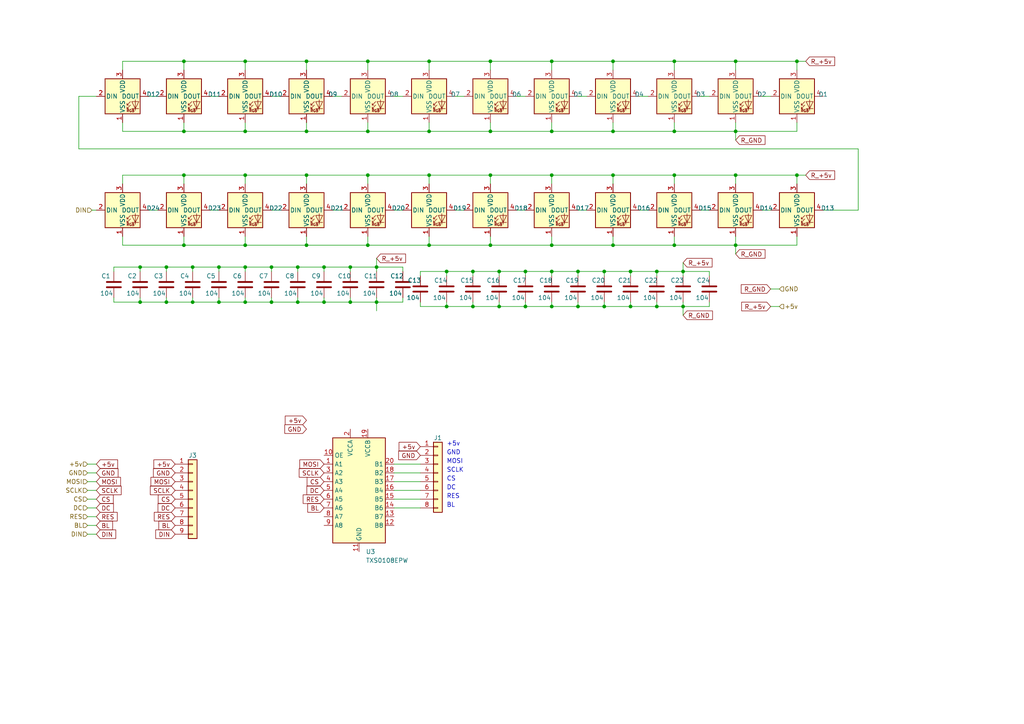
<source format=kicad_sch>
(kicad_sch (version 20230121) (generator eeschema)
  (paper "A4")
  (lib_symbols
    (symbol "Connector_Generic:Conn_01x08" (pin_names (offset 1.016) hide)
      (property "Reference" "J" (at 0 10.16 0))
      (property "Value" "Conn_01x08" (at 0 -12.7 0))
      (symbol "Conn_01x08_1_1"
        (rectangle (start -1.27 -10.033) (end 0 -10.287) (stroke (width 0.1524)))
        (rectangle (start -1.27 -7.493) (end 0 -7.747) (stroke (width 0.1524)))
        (rectangle (start -1.27 -4.953) (end 0 -5.207) (stroke (width 0.1524)))
        (rectangle (start -1.27 -2.413) (end 0 -2.667) (stroke (width 0.1524)))
        (rectangle (start -1.27 0.127) (end 0 -0.127) (stroke (width 0.1524)))
        (rectangle (start -1.27 2.667) (end 0 2.413) (stroke (width 0.1524)))
        (rectangle (start -1.27 5.207) (end 0 4.953) (stroke (width 0.1524)))
        (rectangle (start -1.27 7.747) (end 0 7.493) (stroke (width 0.1524)))
        (rectangle (start -1.27 8.89) (end 1.27 -11.43) (stroke (width 0.254)) (fill (type background)))
        (pin passive line (at -5.08 7.62 0) (length 3.81) (name "Pin_1") (number "1"))
        (pin passive line (at -5.08 5.08 0) (length 3.81) (name "Pin_2") (number "2"))
        (pin passive line (at -5.08 2.54 0) (length 3.81) (name "Pin_3") (number "3"))
        (pin passive line (at -5.08 0 0) (length 3.81) (name "Pin_4") (number "4"))
        (pin passive line (at -5.08 -2.54 0) (length 3.81) (name "Pin_5") (number "5"))
        (pin passive line (at -5.08 -5.08 0) (length 3.81) (name "Pin_6") (number "6"))
        (pin passive line (at -5.08 -7.62 0) (length 3.81) (name "Pin_7") (number "7"))
        (pin passive line (at -5.08 -10.16 0) (length 3.81) (name "Pin_8") (number "8"))
      )
    )
    (symbol "Connector_Generic:Conn_01x09" (pin_names (offset 1.016) hide)
      (property "Reference" "J" (at 0 12.7 0))
      (property "Value" "Conn_01x09" (at 0 -12.7 0))
      (symbol "Conn_01x09_1_1"
        (rectangle (start -1.27 -10.033) (end 0 -10.287) (stroke (width 0.1524)))
        (rectangle (start -1.27 -7.493) (end 0 -7.747) (stroke (width 0.1524)))
        (rectangle (start -1.27 -4.953) (end 0 -5.207) (stroke (width 0.1524)))
        (rectangle (start -1.27 -2.413) (end 0 -2.667) (stroke (width 0.1524)))
        (rectangle (start -1.27 0.127) (end 0 -0.127) (stroke (width 0.1524)))
        (rectangle (start -1.27 2.667) (end 0 2.413) (stroke (width 0.1524)))
        (rectangle (start -1.27 5.207) (end 0 4.953) (stroke (width 0.1524)))
        (rectangle (start -1.27 7.747) (end 0 7.493) (stroke (width 0.1524)))
        (rectangle (start -1.27 10.287) (end 0 10.033) (stroke (width 0.1524)))
        (rectangle (start -1.27 11.43) (end 1.27 -11.43) (stroke (width 0.254)) (fill (type background)))
        (pin passive line (at -5.08 10.16 0) (length 3.81) (name "Pin_1") (number "1"))
        (pin passive line (at -5.08 7.62 0) (length 3.81) (name "Pin_2") (number "2"))
        (pin passive line (at -5.08 5.08 0) (length 3.81) (name "Pin_3") (number "3"))
        (pin passive line (at -5.08 2.54 0) (length 3.81) (name "Pin_4") (number "4"))
        (pin passive line (at -5.08 0 0) (length 3.81) (name "Pin_5") (number "5"))
        (pin passive line (at -5.08 -2.54 0) (length 3.81) (name "Pin_6") (number "6"))
        (pin passive line (at -5.08 -5.08 0) (length 3.81) (name "Pin_7") (number "7"))
        (pin passive line (at -5.08 -7.62 0) (length 3.81) (name "Pin_8") (number "8"))
        (pin passive line (at -5.08 -10.16 0) (length 3.81) (name "Pin_9") (number "9"))
      )
    )
    (symbol "Device:C" (pin_numbers hide) (pin_names (offset 0.254))
      (property "Reference" "C" (at 0.635 2.54 0))
      (property "Value" "C" (at 0.635 -2.54 0))
      (symbol "C_0_1"
        (polyline (pts (xy -2.032 -0.762) (xy 2.032 -0.762)) (stroke (width 0.508)))
        (polyline (pts (xy -2.032 0.762) (xy 2.032 0.762)) (stroke (width 0.508)))
      )
      (symbol "C_1_1"
        (pin passive line (at 0 3.81 270) (length 2.794) (name "~") (number "1"))
        (pin passive line (at 0 -3.81 90) (length 2.794) (name "~") (number "2"))
      )
    )
    (symbol "LED:SK6812" (pin_names (offset 0.254))
      (property "Reference" "D" (at 5.08 5.715 0))
      (property "Value" "SK6812" (at 1.27 -5.715 0))
      (symbol "SK6812_0_0"
        (text "RGB" (at 2.286 -4.191 0) (effects (font (size 0.762 0.762))))
      )
      (symbol "SK6812_0_1"
        (polyline (pts (xy 1.27 -3.556) (xy 1.778 -3.556)))
        (polyline (pts (xy 1.27 -2.54) (xy 1.778 -2.54)))
        (polyline (pts (xy 4.699 -3.556) (xy 2.667 -3.556)))
        (polyline (pts (xy 2.286 -2.54) (xy 1.27 -3.556) (xy 1.27 -3.048)))
        (polyline (pts (xy 2.286 -1.524) (xy 1.27 -2.54) (xy 1.27 -2.032)))
        (polyline (pts (xy 3.683 -1.016) (xy 3.683 -3.556) (xy 3.683 -4.064)))
        (polyline (pts (xy 4.699 -1.524) (xy 2.667 -1.524) (xy 3.683 -3.556) (xy 4.699 -1.524)))
        (rectangle (start 5.08 5.08) (end -5.08 -5.08) (stroke (width 0.254)) (fill (type background)))
      )
      (symbol "SK6812_1_1"
        (pin power_in line (at 0 -7.62 90) (length 2.54) (name "VSS") (number "1"))
        (pin input line (at -7.62 0 0) (length 2.54) (name "DIN") (number "2"))
        (pin power_in line (at 0 7.62 270) (length 2.54) (name "VDD") (number "3"))
        (pin output line (at 7.62 0 180) (length 2.54) (name "DOUT") (number "4"))
      )
    )
    (symbol "Logic_LevelTranslator:TXS0108EPW"
      (property "Reference" "U" (at -6.35 16.51 0))
      (property "Value" "TXS0108EPW" (at 3.81 16.51 0))
      (symbol "TXS0108EPW_0_1"
        (rectangle (start -7.62 15.24) (end 7.62 -15.24) (stroke (width 0.254)) (fill (type background)))
      )
      (symbol "TXS0108EPW_1_1"
        (pin bidirectional line (at -10.16 7.62 0) (length 2.54) (name "A1") (number "1"))
        (pin input line (at -10.16 10.16 0) (length 2.54) (name "OE") (number "10"))
        (pin power_in line (at 0 -17.78 90) (length 2.54) (name "GND") (number "11"))
        (pin bidirectional line (at 10.16 -10.16 180) (length 2.54) (name "B8") (number "12"))
        (pin bidirectional line (at 10.16 -7.62 180) (length 2.54) (name "B7") (number "13"))
        (pin bidirectional line (at 10.16 -5.08 180) (length 2.54) (name "B6") (number "14"))
        (pin bidirectional line (at 10.16 -2.54 180) (length 2.54) (name "B5") (number "15"))
        (pin bidirectional line (at 10.16 0 180) (length 2.54) (name "B4") (number "16"))
        (pin bidirectional line (at 10.16 2.54 180) (length 2.54) (name "B3") (number "17"))
        (pin bidirectional line (at 10.16 5.08 180) (length 2.54) (name "B2") (number "18"))
        (pin power_in line (at 2.54 17.78 270) (length 2.54) (name "VCCB") (number "19"))
        (pin power_in line (at -2.54 17.78 270) (length 2.54) (name "VCCA") (number "2"))
        (pin bidirectional line (at 10.16 7.62 180) (length 2.54) (name "B1") (number "20"))
        (pin bidirectional line (at -10.16 5.08 0) (length 2.54) (name "A2") (number "3"))
        (pin bidirectional line (at -10.16 2.54 0) (length 2.54) (name "A3") (number "4"))
        (pin bidirectional line (at -10.16 0 0) (length 2.54) (name "A4") (number "5"))
        (pin bidirectional line (at -10.16 -2.54 0) (length 2.54) (name "A5") (number "6"))
        (pin bidirectional line (at -10.16 -5.08 0) (length 2.54) (name "A6") (number "7"))
        (pin bidirectional line (at -10.16 -7.62 0) (length 2.54) (name "A7") (number "8"))
        (pin bidirectional line (at -10.16 -10.16 0) (length 2.54) (name "A8") (number "9"))
      )
    )
  )
  (junction (at 71.12 50.8))
  (junction (at 106.68 38.1))
  (junction (at 175.26 88.9))
  (junction (at 231.14 17.78))
  (junction (at 88.9 71.12))
  (junction (at 137.16 78.74))
  (junction (at 53.34 17.78))
  (junction (at 71.12 87.63))
  (junction (at 40.64 87.63))
  (junction (at 40.64 77.47))
  (junction (at 109.22 87.63))
  (junction (at 86.36 87.63))
  (junction (at 177.8 50.8))
  (junction (at 48.26 87.63))
  (junction (at 71.12 17.78))
  (junction (at 78.74 87.63))
  (junction (at 88.9 50.8))
  (junction (at 198.12 78.74))
  (junction (at 124.46 50.8))
  (junction (at 88.9 38.1))
  (junction (at 152.4 88.9))
  (junction (at 124.46 38.1))
  (junction (at 160.02 78.74))
  (junction (at 101.6 77.47))
  (junction (at 177.8 71.12))
  (junction (at 124.46 17.78))
  (junction (at 124.46 71.12))
  (junction (at 160.02 50.8))
  (junction (at 144.78 78.74))
  (junction (at 195.58 38.1))
  (junction (at 101.6 87.63))
  (junction (at 167.64 88.9))
  (junction (at 213.36 50.8))
  (junction (at 190.5 78.74))
  (junction (at 152.4 78.74))
  (junction (at 63.5 87.63))
  (junction (at 160.02 38.1))
  (junction (at 160.02 17.78))
  (junction (at 55.88 77.47))
  (junction (at 63.5 77.47))
  (junction (at 55.88 87.63))
  (junction (at 167.64 78.74))
  (junction (at 175.26 78.74))
  (junction (at 177.8 17.78))
  (junction (at 182.88 88.9))
  (junction (at 93.98 77.47))
  (junction (at 182.88 78.74))
  (junction (at 213.36 17.78))
  (junction (at 195.58 71.12))
  (junction (at 137.16 88.9))
  (junction (at 129.54 78.74))
  (junction (at 71.12 77.47))
  (junction (at 53.34 38.1))
  (junction (at 213.36 38.1))
  (junction (at 142.24 71.12))
  (junction (at 129.54 88.9))
  (junction (at 78.74 77.47))
  (junction (at 106.68 71.12))
  (junction (at 195.58 17.78))
  (junction (at 53.34 50.8))
  (junction (at 48.26 77.47))
  (junction (at 93.98 87.63))
  (junction (at 177.8 38.1))
  (junction (at 106.68 50.8))
  (junction (at 109.22 77.47))
  (junction (at 142.24 50.8))
  (junction (at 106.68 17.78))
  (junction (at 160.02 88.9))
  (junction (at 142.24 17.78))
  (junction (at 195.58 50.8))
  (junction (at 198.12 88.9))
  (junction (at 71.12 38.1))
  (junction (at 71.12 71.12))
  (junction (at 142.24 38.1))
  (junction (at 86.36 77.47))
  (junction (at 160.02 71.12))
  (junction (at 88.9 17.78))
  (junction (at 190.5 88.9))
  (junction (at 213.36 71.12))
  (junction (at 231.14 50.8))
  (junction (at 144.78 88.9))
  (junction (at 53.34 71.12))
  (wire (pts (xy 109.22 77.47) (xy 109.22 78.74)))
  (wire (pts (xy 106.68 71.12) (xy 124.46 71.12)))
  (wire (pts (xy 63.5 87.63) (xy 71.12 87.63)))
  (wire (pts (xy 177.8 53.34) (xy 177.8 50.8)))
  (wire (pts (xy 88.9 38.1) (xy 106.68 38.1)))
  (wire (pts (xy 177.8 68.58) (xy 177.8 71.12)))
  (wire (pts (xy 35.56 71.12) (xy 53.34 71.12)))
  (wire (pts (xy 160.02 50.8) (xy 177.8 50.8)))
  (wire (pts (xy 198.12 88.9) (xy 205.74 88.9)))
  (wire (pts (xy 35.56 17.78) (xy 53.34 17.78)))
  (wire (pts (xy 129.54 78.74) (xy 137.16 78.74)))
  (wire (pts (xy 43.18 27.94) (xy 45.72 27.94)))
  (wire (pts (xy 238.76 60.96) (xy 248.92 60.96)))
  (wire (pts (xy 223.52 83.82) (xy 226.06 83.82)))
  (wire (pts (xy 48.26 77.47) (xy 55.88 77.47)))
  (wire (pts (xy 35.56 68.58) (xy 35.56 71.12)))
  (wire (pts (xy 195.58 38.1) (xy 213.36 38.1)))
  (wire (pts (xy 167.64 88.9) (xy 167.64 87.63)))
  (wire (pts (xy 190.5 78.74) (xy 190.5 80.01)))
  (wire (pts (xy 213.36 71.12) (xy 213.36 73.66)))
  (wire (pts (xy 177.8 17.78) (xy 195.58 17.78)))
  (wire (pts (xy 27.94 139.7) (xy 25.4 139.7)))
  (wire (pts (xy 35.56 20.32) (xy 35.56 17.78)))
  (wire (pts (xy 213.36 53.34) (xy 213.36 50.8)))
  (wire (pts (xy 160.02 88.9) (xy 160.02 87.63)))
  (wire (pts (xy 114.3 134.62) (xy 121.92 134.62)))
  (wire (pts (xy 78.74 87.63) (xy 78.74 86.36)))
  (wire (pts (xy 53.34 17.78) (xy 71.12 17.78)))
  (wire (pts (xy 22.86 27.94) (xy 27.94 27.94)))
  (wire (pts (xy 198.12 88.9) (xy 198.12 91.44)))
  (wire (pts (xy 213.36 35.56) (xy 213.36 38.1)))
  (wire (pts (xy 101.6 77.47) (xy 101.6 78.74)))
  (wire (pts (xy 213.36 38.1) (xy 213.36 40.64)))
  (wire (pts (xy 93.98 77.47) (xy 93.98 78.74)))
  (wire (pts (xy 175.26 88.9) (xy 175.26 87.63)))
  (wire (pts (xy 88.9 68.58) (xy 88.9 71.12)))
  (wire (pts (xy 48.26 87.63) (xy 55.88 87.63)))
  (wire (pts (xy 177.8 38.1) (xy 195.58 38.1)))
  (wire (pts (xy 231.14 17.78) (xy 233.68 17.78)))
  (wire (pts (xy 160.02 17.78) (xy 177.8 17.78)))
  (wire (pts (xy 101.6 77.47) (xy 109.22 77.47)))
  (wire (pts (xy 152.4 88.9) (xy 160.02 88.9)))
  (wire (pts (xy 195.58 35.56) (xy 195.58 38.1)))
  (wire (pts (xy 88.9 50.8) (xy 106.68 50.8)))
  (wire (pts (xy 71.12 20.32) (xy 71.12 17.78)))
  (wire (pts (xy 27.94 134.62) (xy 25.4 134.62)))
  (wire (pts (xy 55.88 87.63) (xy 55.88 86.36)))
  (wire (pts (xy 33.02 87.63) (xy 33.02 86.36)))
  (wire (pts (xy 53.34 20.32) (xy 53.34 17.78)))
  (wire (pts (xy 149.86 27.94) (xy 152.4 27.94)))
  (wire (pts (xy 160.02 38.1) (xy 177.8 38.1)))
  (wire (pts (xy 195.58 17.78) (xy 213.36 17.78)))
  (wire (pts (xy 190.5 88.9) (xy 190.5 87.63)))
  (wire (pts (xy 142.24 68.58) (xy 142.24 71.12)))
  (wire (pts (xy 35.56 50.8) (xy 53.34 50.8)))
  (wire (pts (xy 96.52 60.96) (xy 99.06 60.96)))
  (wire (pts (xy 86.36 77.47) (xy 93.98 77.47)))
  (wire (pts (xy 182.88 88.9) (xy 182.88 87.63)))
  (wire (pts (xy 78.74 27.94) (xy 81.28 27.94)))
  (wire (pts (xy 132.08 60.96) (xy 134.62 60.96)))
  (wire (pts (xy 114.3 137.16) (xy 121.92 137.16)))
  (wire (pts (xy 55.88 77.47) (xy 63.5 77.47)))
  (wire (pts (xy 71.12 87.63) (xy 78.74 87.63)))
  (wire (pts (xy 53.34 50.8) (xy 71.12 50.8)))
  (wire (pts (xy 137.16 88.9) (xy 137.16 87.63)))
  (wire (pts (xy 152.4 88.9) (xy 152.4 87.63)))
  (wire (pts (xy 53.34 38.1) (xy 71.12 38.1)))
  (wire (pts (xy 106.68 38.1) (xy 124.46 38.1)))
  (wire (pts (xy 88.9 20.32) (xy 88.9 17.78)))
  (wire (pts (xy 96.52 27.94) (xy 99.06 27.94)))
  (wire (pts (xy 109.22 87.63) (xy 109.22 86.36)))
  (wire (pts (xy 71.12 50.8) (xy 88.9 50.8)))
  (wire (pts (xy 213.36 68.58) (xy 213.36 71.12)))
  (wire (pts (xy 106.68 35.56) (xy 106.68 38.1)))
  (wire (pts (xy 22.86 43.18) (xy 22.86 27.94)))
  (wire (pts (xy 40.64 87.63) (xy 40.64 86.36)))
  (wire (pts (xy 109.22 87.63) (xy 116.84 87.63)))
  (wire (pts (xy 86.36 87.63) (xy 86.36 86.36)))
  (wire (pts (xy 195.58 50.8) (xy 213.36 50.8)))
  (wire (pts (xy 160.02 35.56) (xy 160.02 38.1)))
  (wire (pts (xy 198.12 78.74) (xy 205.74 78.74)))
  (wire (pts (xy 231.14 50.8) (xy 233.68 50.8)))
  (wire (pts (xy 114.3 142.24) (xy 121.92 142.24)))
  (wire (pts (xy 27.94 144.78) (xy 25.4 144.78)))
  (wire (pts (xy 142.24 71.12) (xy 160.02 71.12)))
  (wire (pts (xy 190.5 88.9) (xy 198.12 88.9)))
  (wire (pts (xy 35.56 38.1) (xy 53.34 38.1)))
  (wire (pts (xy 55.88 87.63) (xy 63.5 87.63)))
  (wire (pts (xy 220.98 60.96) (xy 223.52 60.96)))
  (wire (pts (xy 124.46 53.34) (xy 124.46 50.8)))
  (wire (pts (xy 167.64 78.74) (xy 167.64 80.01)))
  (wire (pts (xy 231.14 68.58) (xy 231.14 71.12)))
  (wire (pts (xy 114.3 139.7) (xy 121.92 139.7)))
  (wire (pts (xy 109.22 87.63) (xy 109.22 90.17)))
  (wire (pts (xy 71.12 17.78) (xy 88.9 17.78)))
  (wire (pts (xy 71.12 38.1) (xy 88.9 38.1)))
  (wire (pts (xy 160.02 78.74) (xy 160.02 80.01)))
  (wire (pts (xy 114.3 147.32) (xy 121.92 147.32)))
  (wire (pts (xy 213.36 38.1) (xy 231.14 38.1)))
  (wire (pts (xy 35.56 35.56) (xy 35.56 38.1)))
  (wire (pts (xy 63.5 77.47) (xy 63.5 78.74)))
  (wire (pts (xy 177.8 71.12) (xy 195.58 71.12)))
  (wire (pts (xy 121.92 78.74) (xy 129.54 78.74)))
  (wire (pts (xy 142.24 20.32) (xy 142.24 17.78)))
  (wire (pts (xy 213.36 71.12) (xy 231.14 71.12)))
  (wire (pts (xy 205.74 78.74) (xy 205.74 80.01)))
  (wire (pts (xy 231.14 17.78) (xy 231.14 20.32)))
  (wire (pts (xy 205.74 88.9) (xy 205.74 87.63)))
  (wire (pts (xy 182.88 88.9) (xy 190.5 88.9)))
  (wire (pts (xy 124.46 50.8) (xy 142.24 50.8)))
  (wire (pts (xy 160.02 78.74) (xy 167.64 78.74)))
  (wire (pts (xy 27.94 147.32) (xy 25.4 147.32)))
  (wire (pts (xy 175.26 78.74) (xy 175.26 80.01)))
  (wire (pts (xy 60.96 27.94) (xy 63.5 27.94)))
  (wire (pts (xy 93.98 77.47) (xy 101.6 77.47)))
  (wire (pts (xy 33.02 77.47) (xy 33.02 78.74)))
  (wire (pts (xy 142.24 50.8) (xy 160.02 50.8)))
  (wire (pts (xy 248.92 43.18) (xy 22.86 43.18)))
  (wire (pts (xy 93.98 87.63) (xy 93.98 86.36)))
  (wire (pts (xy 220.98 27.94) (xy 223.52 27.94)))
  (wire (pts (xy 88.9 35.56) (xy 88.9 38.1)))
  (wire (pts (xy 142.24 35.56) (xy 142.24 38.1)))
  (wire (pts (xy 124.46 71.12) (xy 142.24 71.12)))
  (wire (pts (xy 124.46 68.58) (xy 124.46 71.12)))
  (wire (pts (xy 142.24 38.1) (xy 160.02 38.1)))
  (wire (pts (xy 33.02 87.63) (xy 40.64 87.63)))
  (wire (pts (xy 144.78 88.9) (xy 144.78 87.63)))
  (wire (pts (xy 71.12 53.34) (xy 71.12 50.8)))
  (wire (pts (xy 71.12 77.47) (xy 78.74 77.47)))
  (wire (pts (xy 71.12 35.56) (xy 71.12 38.1)))
  (wire (pts (xy 33.02 77.47) (xy 40.64 77.47)))
  (wire (pts (xy 101.6 87.63) (xy 109.22 87.63)))
  (wire (pts (xy 231.14 50.8) (xy 231.14 53.34)))
  (wire (pts (xy 78.74 77.47) (xy 78.74 78.74)))
  (wire (pts (xy 185.42 27.94) (xy 187.96 27.94)))
  (wire (pts (xy 48.26 77.47) (xy 48.26 78.74)))
  (wire (pts (xy 167.64 88.9) (xy 175.26 88.9)))
  (wire (pts (xy 248.92 60.96) (xy 248.92 43.18)))
  (wire (pts (xy 71.12 87.63) (xy 71.12 86.36)))
  (wire (pts (xy 114.3 60.96) (xy 116.84 60.96)))
  (wire (pts (xy 114.3 27.94) (xy 116.84 27.94)))
  (wire (pts (xy 106.68 68.58) (xy 106.68 71.12)))
  (wire (pts (xy 88.9 71.12) (xy 106.68 71.12)))
  (wire (pts (xy 160.02 20.32) (xy 160.02 17.78)))
  (wire (pts (xy 78.74 60.96) (xy 81.28 60.96)))
  (wire (pts (xy 88.9 17.78) (xy 106.68 17.78)))
  (wire (pts (xy 109.22 77.47) (xy 116.84 77.47)))
  (wire (pts (xy 78.74 87.63) (xy 86.36 87.63)))
  (wire (pts (xy 27.94 142.24) (xy 25.4 142.24)))
  (wire (pts (xy 144.78 88.9) (xy 152.4 88.9)))
  (wire (pts (xy 175.26 88.9) (xy 182.88 88.9)))
  (wire (pts (xy 86.36 87.63) (xy 93.98 87.63)))
  (wire (pts (xy 160.02 88.9) (xy 167.64 88.9)))
  (wire (pts (xy 223.52 88.9) (xy 226.06 88.9)))
  (wire (pts (xy 213.36 50.8) (xy 231.14 50.8)))
  (wire (pts (xy 167.64 27.94) (xy 170.18 27.94)))
  (wire (pts (xy 129.54 88.9) (xy 137.16 88.9)))
  (wire (pts (xy 137.16 88.9) (xy 144.78 88.9)))
  (wire (pts (xy 71.12 77.47) (xy 71.12 78.74)))
  (wire (pts (xy 116.84 87.63) (xy 116.84 86.36)))
  (wire (pts (xy 121.92 78.74) (xy 121.92 80.01)))
  (wire (pts (xy 177.8 50.8) (xy 195.58 50.8)))
  (wire (pts (xy 35.56 53.34) (xy 35.56 50.8)))
  (wire (pts (xy 195.58 53.34) (xy 195.58 50.8)))
  (wire (pts (xy 40.64 87.63) (xy 48.26 87.63)))
  (wire (pts (xy 27.94 149.86) (xy 25.4 149.86)))
  (wire (pts (xy 137.16 78.74) (xy 137.16 80.01)))
  (wire (pts (xy 53.34 71.12) (xy 71.12 71.12)))
  (wire (pts (xy 144.78 78.74) (xy 152.4 78.74)))
  (wire (pts (xy 152.4 78.74) (xy 152.4 80.01)))
  (wire (pts (xy 198.12 78.74) (xy 198.12 76.2)))
  (wire (pts (xy 177.8 35.56) (xy 177.8 38.1)))
  (wire (pts (xy 142.24 53.34) (xy 142.24 50.8)))
  (wire (pts (xy 86.36 77.47) (xy 86.36 78.74)))
  (wire (pts (xy 63.5 77.47) (xy 71.12 77.47)))
  (wire (pts (xy 160.02 68.58) (xy 160.02 71.12)))
  (wire (pts (xy 40.64 77.47) (xy 48.26 77.47)))
  (wire (pts (xy 195.58 20.32) (xy 195.58 17.78)))
  (wire (pts (xy 27.94 154.94) (xy 25.4 154.94)))
  (wire (pts (xy 27.94 137.16) (xy 25.4 137.16)))
  (wire (pts (xy 53.34 68.58) (xy 53.34 71.12)))
  (wire (pts (xy 213.36 17.78) (xy 231.14 17.78)))
  (wire (pts (xy 182.88 78.74) (xy 182.88 80.01)))
  (wire (pts (xy 198.12 88.9) (xy 198.12 87.63)))
  (wire (pts (xy 48.26 87.63) (xy 48.26 86.36)))
  (wire (pts (xy 55.88 77.47) (xy 55.88 78.74)))
  (wire (pts (xy 203.2 60.96) (xy 205.74 60.96)))
  (wire (pts (xy 190.5 78.74) (xy 198.12 78.74)))
  (wire (pts (xy 129.54 78.74) (xy 129.54 80.01)))
  (wire (pts (xy 198.12 78.74) (xy 198.12 80.01)))
  (wire (pts (xy 60.96 60.96) (xy 63.5 60.96)))
  (wire (pts (xy 149.86 60.96) (xy 152.4 60.96)))
  (wire (pts (xy 124.46 35.56) (xy 124.46 38.1)))
  (wire (pts (xy 177.8 20.32) (xy 177.8 17.78)))
  (wire (pts (xy 195.58 68.58) (xy 195.58 71.12)))
  (wire (pts (xy 142.24 17.78) (xy 160.02 17.78)))
  (wire (pts (xy 78.74 77.47) (xy 86.36 77.47)))
  (wire (pts (xy 93.98 87.63) (xy 101.6 87.63)))
  (wire (pts (xy 109.22 77.47) (xy 109.22 74.93)))
  (wire (pts (xy 121.92 88.9) (xy 121.92 87.63)))
  (wire (pts (xy 116.84 77.47) (xy 116.84 78.74)))
  (wire (pts (xy 71.12 71.12) (xy 88.9 71.12)))
  (wire (pts (xy 53.34 53.34) (xy 53.34 50.8)))
  (wire (pts (xy 40.64 77.47) (xy 40.64 78.74)))
  (wire (pts (xy 27.94 152.4) (xy 25.4 152.4)))
  (wire (pts (xy 114.3 144.78) (xy 121.92 144.78)))
  (wire (pts (xy 124.46 17.78) (xy 142.24 17.78)))
  (wire (pts (xy 167.64 60.96) (xy 170.18 60.96)))
  (wire (pts (xy 175.26 78.74) (xy 182.88 78.74)))
  (wire (pts (xy 129.54 88.9) (xy 129.54 87.63)))
  (wire (pts (xy 121.92 88.9) (xy 129.54 88.9)))
  (wire (pts (xy 137.16 78.74) (xy 144.78 78.74)))
  (wire (pts (xy 167.64 78.74) (xy 175.26 78.74)))
  (wire (pts (xy 203.2 27.94) (xy 205.74 27.94)))
  (wire (pts (xy 132.08 27.94) (xy 134.62 27.94)))
  (wire (pts (xy 106.68 20.32) (xy 106.68 17.78)))
  (wire (pts (xy 152.4 78.74) (xy 160.02 78.74)))
  (wire (pts (xy 71.12 68.58) (xy 71.12 71.12)))
  (wire (pts (xy 101.6 87.63) (xy 101.6 86.36)))
  (wire (pts (xy 195.58 71.12) (xy 213.36 71.12)))
  (wire (pts (xy 160.02 71.12) (xy 177.8 71.12)))
  (wire (pts (xy 88.9 53.34) (xy 88.9 50.8)))
  (wire (pts (xy 43.18 60.96) (xy 45.72 60.96)))
  (wire (pts (xy 144.78 78.74) (xy 144.78 80.01)))
  (wire (pts (xy 160.02 53.34) (xy 160.02 50.8)))
  (wire (pts (xy 231.14 35.56) (xy 231.14 38.1)))
  (wire (pts (xy 106.68 50.8) (xy 124.46 50.8)))
  (wire (pts (xy 124.46 20.32) (xy 124.46 17.78)))
  (wire (pts (xy 213.36 20.32) (xy 213.36 17.78)))
  (wire (pts (xy 53.34 35.56) (xy 53.34 38.1)))
  (wire (pts (xy 106.68 17.78) (xy 124.46 17.78)))
  (wire (pts (xy 182.88 78.74) (xy 190.5 78.74)))
  (wire (pts (xy 106.68 53.34) (xy 106.68 50.8)))
  (wire (pts (xy 185.42 60.96) (xy 187.96 60.96)))
  (wire (pts (xy 26.67 60.96) (xy 27.94 60.96)))
  (wire (pts (xy 124.46 38.1) (xy 142.24 38.1)))
  (wire (pts (xy 63.5 87.63) (xy 63.5 86.36)))
  (text "+5v" (at 129.54 129.54 0) (effects (font (size 1.27 1.27)) (justify left bottom)))
  (text "DC\n" (at 129.54 142.24 0) (effects (font (size 1.27 1.27)) (justify left bottom)))
  (text "CS\n" (at 129.54 139.7 0) (effects (font (size 1.27 1.27)) (justify left bottom)))
  (text "RES" (at 129.54 144.78 0) (effects (font (size 1.27 1.27)) (justify left bottom)))
  (text "MOSI" (at 129.54 134.62 0) (effects (font (size 1.27 1.27)) (justify left bottom)))
  (text "SCLK" (at 129.54 137.16 0) (effects (font (size 1.27 1.27)) (justify left bottom)))
  (text "GND" (at 129.54 132.08 0) (effects (font (size 1.27 1.27)) (justify left bottom)))
  (text "BL" (at 129.54 147.32 0) (effects (font (size 1.27 1.27)) (justify left bottom)))
  (global_label "+5v" (shape input) (at 88.9 121.92 180) (property "Intersheetrefs" "${INTERSHEET_REFS}" (effects hide)))
  (global_label "RES" (shape input) (at 27.94 149.86 0) (property "Intersheetrefs" "${INTERSHEET_REFS}" (effects hide)))
  (global_label "R_GND" (shape input) (at 213.36 73.66 0) (property "Intersheetrefs" "${INTERSHEET_REFS}" (effects hide)))
  (global_label "SCLK" (shape input) (at 27.94 142.24 0) (property "Intersheetrefs" "${INTERSHEET_REFS}" (effects hide)))
  (global_label "DC" (shape input) (at 27.94 147.32 0) (property "Intersheetrefs" "${INTERSHEET_REFS}" (effects hide)))
  (global_label "DC" (shape input) (at 50.8 147.32 180) (property "Intersheetrefs" "${INTERSHEET_REFS}" (effects hide)))
  (global_label "R_GND" (shape input) (at 198.12 91.44 0) (property "Intersheetrefs" "${INTERSHEET_REFS}" (effects hide)))
  (global_label "MOSI" (shape input) (at 93.98 134.62 180) (property "Intersheetrefs" "${INTERSHEET_REFS}" (effects hide)))
  (global_label "DIN" (shape input) (at 50.8 154.94 180) (property "Intersheetrefs" "${INTERSHEET_REFS}" (effects hide)))
  (global_label "+5v" (shape input) (at 27.94 134.62 0) (property "Intersheetrefs" "${INTERSHEET_REFS}" (effects hide)))
  (global_label "MOSI" (shape input) (at 27.94 139.7 0) (property "Intersheetrefs" "${INTERSHEET_REFS}" (effects hide)))
  (global_label "R_+5v" (shape input) (at 233.68 50.8 0) (property "Intersheetrefs" "${INTERSHEET_REFS}" (effects hide)))
  (global_label "CS" (shape input) (at 50.8 144.78 180) (property "Intersheetrefs" "${INTERSHEET_REFS}" (effects hide)))
  (global_label "BL" (shape input) (at 93.98 147.32 180) (property "Intersheetrefs" "${INTERSHEET_REFS}" (effects hide)))
  (global_label "R_+5v" (shape input) (at 233.68 17.78 0) (property "Intersheetrefs" "${INTERSHEET_REFS}" (effects hide)))
  (global_label "R_GND" (shape input) (at 213.36 40.64 0) (property "Intersheetrefs" "${INTERSHEET_REFS}" (effects hide)))
  (global_label "RES" (shape input) (at 50.8 149.86 180) (property "Intersheetrefs" "${INTERSHEET_REFS}" (effects hide)))
  (global_label "SCLK" (shape input) (at 93.98 137.16 180) (property "Intersheetrefs" "${INTERSHEET_REFS}" (effects hide)))
  (global_label "R_+5v" (shape input) (at 198.12 76.2 0) (property "Intersheetrefs" "${INTERSHEET_REFS}" (effects hide)))
  (global_label "+5v" (shape input) (at 50.8 134.62 180) (property "Intersheetrefs" "${INTERSHEET_REFS}" (effects hide)))
  (global_label "SCLK" (shape input) (at 50.8 142.24 180) (property "Intersheetrefs" "${INTERSHEET_REFS}" (effects hide)))
  (global_label "BL" (shape input) (at 50.8 152.4 180) (property "Intersheetrefs" "${INTERSHEET_REFS}" (effects hide)))
  (global_label "GND" (shape input) (at 88.9 124.46 180) (property "Intersheetrefs" "${INTERSHEET_REFS}" (effects hide)))
  (global_label "R_GND" (shape input) (at 223.52 83.82 180) (property "Intersheetrefs" "${INTERSHEET_REFS}" (effects hide)))
  (global_label "RES" (shape input) (at 93.98 144.78 180) (property "Intersheetrefs" "${INTERSHEET_REFS}" (effects hide)))
  (global_label "R_+5v" (shape input) (at 223.52 88.9 180) (property "Intersheetrefs" "${INTERSHEET_REFS}" (effects hide)))
  (global_label "CS" (shape input) (at 93.98 139.7 180) (property "Intersheetrefs" "${INTERSHEET_REFS}" (effects hide)))
  (global_label "+5v" (shape input) (at 121.92 129.54 180) (property "Intersheetrefs" "${INTERSHEET_REFS}" (effects hide)))
  (global_label "CS" (shape input) (at 27.94 144.78 0) (property "Intersheetrefs" "${INTERSHEET_REFS}" (effects hide)))
  (global_label "R_+5v" (shape input) (at 109.22 74.93 0) (property "Intersheetrefs" "${INTERSHEET_REFS}" (effects hide)))
  (global_label "DC" (shape input) (at 93.98 142.24 180) (property "Intersheetrefs" "${INTERSHEET_REFS}" (effects hide)))
  (global_label "BL" (shape input) (at 27.94 152.4 0) (property "Intersheetrefs" "${INTERSHEET_REFS}" (effects hide)))
  (global_label "GND" (shape input) (at 50.8 137.16 180) (property "Intersheetrefs" "${INTERSHEET_REFS}" (effects hide)))
  (global_label "MOSI" (shape input) (at 50.8 139.7 180) (property "Intersheetrefs" "${INTERSHEET_REFS}" (effects hide)))
  (global_label "GND" (shape input) (at 27.94 137.16 0) (property "Intersheetrefs" "${INTERSHEET_REFS}" (effects hide)))
  (global_label "DIN" (shape input) (at 27.94 154.94 0) (property "Intersheetrefs" "${INTERSHEET_REFS}" (effects hide)))
  (global_label "GND" (shape input) (at 121.92 132.08 180) (property "Intersheetrefs" "${INTERSHEET_REFS}" (effects hide)))
  (hierarchical_label "MOSI" (shape input) (at 25.4 139.7 180))
  (hierarchical_label "+5v" (shape input) (at 25.4 134.62 180))
  (hierarchical_label "SCLK" (shape input) (at 25.4 142.24 180))
  (hierarchical_label "CS" (shape input) (at 25.4 144.78 180))
  (hierarchical_label "RES" (shape input) (at 25.4 149.86 180))
  (hierarchical_label "+5v" (shape input) (at 226.06 88.9 0))
  (hierarchical_label "DIN" (shape input) (at 25.4 154.94 180))
  (hierarchical_label "DIN" (shape input) (at 26.67 60.96 180))
  (hierarchical_label "BL" (shape input) (at 25.4 152.4 180))
  (hierarchical_label "GND" (shape input) (at 226.06 83.82 0))
  (hierarchical_label "GND" (shape input) (at 25.4 137.16 180))
  (hierarchical_label "DC" (shape input) (at 25.4 147.32 180))
  (symbol (lib_id "Device:C") (at 160.02 83.82 0) (unit 1)
    (property "Reference" "C18" (at 156.3624 81.3308 0) (effects (justify left)))
    (property "Value" "104" (at 156.0068 86.36 0) (effects (justify left)))
    (property "Footprint" "Capacitor_SMD:C_0603_1608Metric" (effects hide))
  )
  (symbol (lib_id "Device:C") (at 109.22 82.55 0) (unit 1)
    (property "Reference" "C11" (at 105.5624 80.0608 0) (effects (justify left)))
    (property "Value" "104" (at 105.2068 85.09 0) (effects (justify left)))
    (property "Footprint" "Capacitor_SMD:C_0603_1608Metric" (effects hide))
  )
  (symbol (lib_id "LED:SK6812") (at 160.02 60.96 0) (unit 1)
    (property "Reference" "D17" (at 168.91 60.3759 0))
    (property "Value" "SK6812" (effects hide))
    (property "Footprint" "LED_SMD:my_SK6812" (effects hide))
    (property "Datasheet" "https://cdn-shop.adafruit.com/product-files/1138/SK6812+LED+datasheet+.pdf" (effects hide))
  )
  (symbol (lib_id "Device:C") (at 101.6 82.55 0) (unit 1)
    (property "Reference" "C10" (at 97.9424 80.0608 0) (effects (justify left)))
    (property "Value" "104" (at 97.5868 85.09 0) (effects (justify left)))
    (property "Footprint" "Capacitor_SMD:C_0603_1608Metric" (effects hide))
  )
  (symbol (lib_id "Device:C") (at 198.12 83.82 0) (unit 1)
    (property "Reference" "C23" (at 194.4624 81.3308 0) (effects (justify left)))
    (property "Value" "104" (at 194.1068 86.36 0) (effects (justify left)))
    (property "Footprint" "Capacitor_SMD:C_0603_1608Metric" (effects hide))
  )
  (symbol (lib_id "Device:C") (at 205.74 83.82 0) (unit 1)
    (property "Reference" "C24" (at 202.0824 81.3308 0) (effects (justify left)))
    (property "Value" "104" (at 201.7268 86.36 0) (effects (justify left)))
    (property "Footprint" "Capacitor_SMD:C_0603_1608Metric" (effects hide))
  )
  (symbol (lib_id "LED:SK6812") (at 124.46 60.96 0) (unit 1)
    (property "Reference" "D19" (at 133.35 60.3759 0))
    (property "Value" "SK6812" (effects hide))
    (property "Footprint" "LED_SMD:my_SK6812" (effects hide))
    (property "Datasheet" "https://cdn-shop.adafruit.com/product-files/1138/SK6812+LED+datasheet+.pdf" (effects hide))
  )
  (symbol (lib_id "Device:C") (at 144.78 83.82 0) (unit 1)
    (property "Reference" "C16" (at 141.1224 81.3308 0) (effects (justify left)))
    (property "Value" "104" (at 140.7668 86.36 0) (effects (justify left)))
    (property "Footprint" "Capacitor_SMD:C_0603_1608Metric" (effects hide))
  )
  (symbol (lib_id "LED:SK6812") (at 53.34 60.96 0) (unit 1)
    (property "Reference" "D23" (at 62.23 60.3759 0))
    (property "Value" "SK6812" (effects hide))
    (property "Footprint" "LED_SMD:my_SK6812" (effects hide))
    (property "Datasheet" "https://cdn-shop.adafruit.com/product-files/1138/SK6812+LED+datasheet+.pdf" (effects hide))
  )
  (symbol (lib_id "LED:SK6812") (at 35.56 60.96 0) (unit 1)
    (property "Reference" "D24" (at 44.45 60.3759 0))
    (property "Value" "SK6812" (effects hide))
    (property "Footprint" "LED_SMD:my_SK6812" (effects hide))
    (property "Datasheet" "https://cdn-shop.adafruit.com/product-files/1138/SK6812+LED+datasheet+.pdf" (effects hide))
  )
  (symbol (lib_id "LED:SK6812") (at 231.14 60.96 0) (unit 1)
    (property "Reference" "D13" (at 240.03 60.3759 0))
    (property "Value" "SK6812" (effects hide))
    (property "Footprint" "LED_SMD:my_SK6812" (effects hide))
    (property "Datasheet" "https://cdn-shop.adafruit.com/product-files/1138/SK6812+LED+datasheet+.pdf" (effects hide))
  )
  (symbol (lib_id "Device:C") (at 78.74 82.55 0) (unit 1)
    (property "Reference" "C7" (at 75.0824 80.0608 0) (effects (justify left)))
    (property "Value" "104" (at 74.7268 85.09 0) (effects (justify left)))
    (property "Footprint" "Capacitor_SMD:C_0603_1608Metric" (effects hide))
  )
  (symbol (lib_id "Device:C") (at 167.64 83.82 0) (unit 1)
    (property "Reference" "C19" (at 163.9824 81.3308 0) (effects (justify left)))
    (property "Value" "104" (at 163.6268 86.36 0) (effects (justify left)))
    (property "Footprint" "Capacitor_SMD:C_0603_1608Metric" (effects hide))
  )
  (symbol (lib_id "LED:SK6812") (at 53.34 27.94 0) (unit 1)
    (property "Reference" "D11" (at 62.23 27.3559 0))
    (property "Value" "SK6812" (effects hide))
    (property "Footprint" "LED_SMD:my_SK6812" (effects hide))
    (property "Datasheet" "https://cdn-shop.adafruit.com/product-files/1138/SK6812+LED+datasheet+.pdf" (effects hide))
  )
  (symbol (lib_id "LED:SK6812") (at 195.58 27.94 0) (unit 1)
    (property "Reference" "D3" (at 203.2 27.3559 0))
    (property "Value" "SK6812" (effects hide))
    (property "Footprint" "LED_SMD:my_SK6812" (effects hide))
    (property "Datasheet" "https://cdn-shop.adafruit.com/product-files/1138/SK6812+LED+datasheet+.pdf" (effects hide))
  )
  (symbol (lib_id "Device:C") (at 93.98 82.55 0) (unit 1)
    (property "Reference" "C9" (at 90.3224 80.0608 0) (effects (justify left)))
    (property "Value" "104" (at 89.9668 85.09 0) (effects (justify left)))
    (property "Footprint" "Capacitor_SMD:C_0603_1608Metric" (effects hide))
  )
  (symbol (lib_id "LED:SK6812") (at 195.58 60.96 0) (unit 1)
    (property "Reference" "D15" (at 204.47 60.3759 0))
    (property "Value" "SK6812" (effects hide))
    (property "Footprint" "LED_SMD:my_SK6812" (effects hide))
    (property "Datasheet" "https://cdn-shop.adafruit.com/product-files/1138/SK6812+LED+datasheet+.pdf" (effects hide))
  )
  (symbol (lib_id "LED:SK6812") (at 142.24 60.96 0) (unit 1)
    (property "Reference" "D18" (at 151.13 60.3759 0))
    (property "Value" "SK6812" (effects hide))
    (property "Footprint" "LED_SMD:my_SK6812" (effects hide))
    (property "Datasheet" "https://cdn-shop.adafruit.com/product-files/1138/SK6812+LED+datasheet+.pdf" (effects hide))
  )
  (symbol (lib_id "LED:SK6812") (at 231.14 27.94 0) (unit 1)
    (property "Reference" "D1" (at 238.76 27.3559 0))
    (property "Value" "SK6812" (effects hide))
    (property "Footprint" "LED_SMD:my_SK6812" (effects hide))
    (property "Datasheet" "https://cdn-shop.adafruit.com/product-files/1138/SK6812+LED+datasheet+.pdf" (effects hide))
  )
  (symbol (lib_id "Connector_Generic:Conn_01x09") (at 55.88 144.78 0) (unit 1)
    (property "Reference" "J3" (at 55.88 132.08 0))
    (property "Value" "Conn_01x09" (effects hide))
    (property "Footprint" "Connector_PinSocket_2.54mm:PinSocket_1x09_P2.54mm_Vertical" (effects hide))
  )
  (symbol (lib_id "LED:SK6812") (at 177.8 60.96 0) (unit 1)
    (property "Reference" "D16" (at 186.69 60.3759 0))
    (property "Value" "SK6812" (effects hide))
    (property "Footprint" "LED_SMD:my_SK6812" (effects hide))
    (property "Datasheet" "https://cdn-shop.adafruit.com/product-files/1138/SK6812+LED+datasheet+.pdf" (effects hide))
  )
  (symbol (lib_id "Device:C") (at 121.92 83.82 0) (unit 1)
    (property "Reference" "C13" (at 118.2624 81.3308 0) (effects (justify left)))
    (property "Value" "104" (at 117.9068 86.36 0) (effects (justify left)))
    (property "Footprint" "Capacitor_SMD:C_0603_1608Metric" (effects hide))
  )
  (symbol (lib_id "LED:SK6812") (at 160.02 27.94 0) (unit 1)
    (property "Reference" "D5" (at 167.64 27.3559 0))
    (property "Value" "SK6812" (effects hide))
    (property "Footprint" "LED_SMD:my_SK6812" (effects hide))
    (property "Datasheet" "https://cdn-shop.adafruit.com/product-files/1138/SK6812+LED+datasheet+.pdf" (effects hide))
  )
  (symbol (lib_id "Device:C") (at 152.4 83.82 0) (unit 1)
    (property "Reference" "C17" (at 148.7424 81.3308 0) (effects (justify left)))
    (property "Value" "104" (at 148.3868 86.36 0) (effects (justify left)))
    (property "Footprint" "Capacitor_SMD:C_0603_1608Metric" (effects hide))
  )
  (symbol (lib_id "LED:SK6812") (at 213.36 60.96 0) (unit 1)
    (property "Reference" "D14" (at 222.25 60.3759 0))
    (property "Value" "SK6812" (effects hide))
    (property "Footprint" "LED_SMD:my_SK6812" (effects hide))
    (property "Datasheet" "https://cdn-shop.adafruit.com/product-files/1138/SK6812+LED+datasheet+.pdf" (effects hide))
  )
  (symbol (lib_id "Device:C") (at 116.84 82.55 0) (unit 1)
    (property "Reference" "C12" (at 113.1824 80.0608 0) (effects (justify left)))
    (property "Value" "104" (at 112.8268 85.09 0) (effects (justify left)))
    (property "Footprint" "Capacitor_SMD:C_0603_1608Metric" (effects hide))
  )
  (symbol (lib_id "Device:C") (at 175.26 83.82 0) (unit 1)
    (property "Reference" "C20" (at 171.6024 81.3308 0) (effects (justify left)))
    (property "Value" "104" (at 171.2468 86.36 0) (effects (justify left)))
    (property "Footprint" "Capacitor_SMD:C_0603_1608Metric" (effects hide))
  )
  (symbol (lib_id "LED:SK6812") (at 71.12 27.94 0) (unit 1)
    (property "Reference" "D10" (at 80.01 27.3559 0))
    (property "Value" "SK6812" (effects hide))
    (property "Footprint" "LED_SMD:my_SK6812" (effects hide))
    (property "Datasheet" "https://cdn-shop.adafruit.com/product-files/1138/SK6812+LED+datasheet+.pdf" (effects hide))
  )
  (symbol (lib_id "Device:C") (at 48.26 82.55 0) (unit 1)
    (property "Reference" "C3" (at 44.6024 80.0608 0) (effects (justify left)))
    (property "Value" "104" (at 44.2468 85.09 0) (effects (justify left)))
    (property "Footprint" "Capacitor_SMD:C_0603_1608Metric" (effects hide))
  )
  (symbol (lib_id "Device:C") (at 190.5 83.82 0) (unit 1)
    (property "Reference" "C22" (at 186.8424 81.3308 0) (effects (justify left)))
    (property "Value" "104" (at 186.4868 86.36 0) (effects (justify left)))
    (property "Footprint" "Capacitor_SMD:C_0603_1608Metric" (effects hide))
  )
  (symbol (lib_id "Device:C") (at 40.64 82.55 0) (unit 1)
    (property "Reference" "C2" (at 36.9824 80.0608 0) (effects (justify left)))
    (property "Value" "104" (at 36.6268 85.09 0) (effects (justify left)))
    (property "Footprint" "Capacitor_SMD:C_0603_1608Metric" (effects hide))
  )
  (symbol (lib_id "Device:C") (at 71.12 82.55 0) (unit 1)
    (property "Reference" "C6" (at 67.4624 80.0608 0) (effects (justify left)))
    (property "Value" "104" (at 67.1068 85.09 0) (effects (justify left)))
    (property "Footprint" "Capacitor_SMD:C_0603_1608Metric" (effects hide))
  )
  (symbol (lib_id "LED:SK6812") (at 124.46 27.94 0) (unit 1)
    (property "Reference" "D7" (at 132.08 27.3559 0))
    (property "Value" "SK6812" (effects hide))
    (property "Footprint" "LED_SMD:my_SK6812" (effects hide))
    (property "Datasheet" "https://cdn-shop.adafruit.com/product-files/1138/SK6812+LED+datasheet+.pdf" (effects hide))
  )
  (symbol (lib_id "Device:C") (at 86.36 82.55 0) (unit 1)
    (property "Reference" "C8" (at 82.7024 80.0608 0) (effects (justify left)))
    (property "Value" "104" (at 82.3468 85.09 0) (effects (justify left)))
    (property "Footprint" "Capacitor_SMD:C_0603_1608Metric" (effects hide))
  )
  (symbol (lib_id "LED:SK6812") (at 142.24 27.94 0) (unit 1)
    (property "Reference" "D6" (at 149.86 27.3559 0))
    (property "Value" "SK6812" (effects hide))
    (property "Footprint" "LED_SMD:my_SK6812" (effects hide))
    (property "Datasheet" "https://cdn-shop.adafruit.com/product-files/1138/SK6812+LED+datasheet+.pdf" (effects hide))
  )
  (symbol (lib_id "LED:SK6812") (at 88.9 60.96 0) (unit 1)
    (property "Reference" "D21" (at 97.79 60.3759 0))
    (property "Value" "SK6812" (effects hide))
    (property "Footprint" "LED_SMD:my_SK6812" (effects hide))
    (property "Datasheet" "https://cdn-shop.adafruit.com/product-files/1138/SK6812+LED+datasheet+.pdf" (effects hide))
  )
  (symbol (lib_id "Device:C") (at 55.88 82.55 0) (unit 1)
    (property "Reference" "C4" (at 52.2224 80.0608 0) (effects (justify left)))
    (property "Value" "104" (at 51.8668 85.09 0) (effects (justify left)))
    (property "Footprint" "Capacitor_SMD:C_0603_1608Metric" (effects hide))
  )
  (symbol (lib_id "LED:SK6812") (at 213.36 27.94 0) (unit 1)
    (property "Reference" "D2" (at 220.98 27.3559 0))
    (property "Value" "SK6812" (effects hide))
    (property "Footprint" "LED_SMD:my_SK6812" (effects hide))
    (property "Datasheet" "https://cdn-shop.adafruit.com/product-files/1138/SK6812+LED+datasheet+.pdf" (effects hide))
  )
  (symbol (lib_id "LED:SK6812") (at 106.68 60.96 0) (unit 1)
    (property "Reference" "D20" (at 115.57 60.3759 0))
    (property "Value" "SK6812" (effects hide))
    (property "Footprint" "LED_SMD:my_SK6812" (effects hide))
    (property "Datasheet" "https://cdn-shop.adafruit.com/product-files/1138/SK6812+LED+datasheet+.pdf" (effects hide))
  )
  (symbol (lib_id "Logic_LevelTranslator:TXS0108EPW") (at 104.14 142.24 0) (unit 1)
    (property "Reference" "U3" (at 106.0959 160.02 0) (effects (justify left)))
    (property "Value" "TXS0108EPW" (at 106.0959 162.56 0) (effects (justify left)))
    (property "Footprint" "Package_SO:TSSOP-20_4.4x6.5mm_P0.65mm" (effects hide))
    (property "Datasheet" "www.ti.com/lit/ds/symlink/txs0108e.pdf" (effects hide))
  )
  (symbol (lib_id "Connector_Generic:Conn_01x08") (at 127 137.16 0) (unit 1)
    (property "Reference" "J1" (at 127 127 0))
    (property "Value" "Conn_01x08" (effects hide))
    (property "Footprint" "8_hole:8_hole" (effects hide))
  )
  (symbol (lib_id "Device:C") (at 33.02 82.55 0) (unit 1)
    (property "Reference" "C1" (at 29.3624 80.0608 0) (effects (justify left)))
    (property "Value" "104" (at 29.0068 85.09 0) (effects (justify left)))
    (property "Footprint" "Capacitor_SMD:C_0603_1608Metric" (effects hide))
  )
  (symbol (lib_id "Device:C") (at 63.5 82.55 0) (unit 1)
    (property "Reference" "C5" (at 59.8424 80.0608 0) (effects (justify left)))
    (property "Value" "104" (at 59.4868 85.09 0) (effects (justify left)))
    (property "Footprint" "Capacitor_SMD:C_0603_1608Metric" (effects hide))
  )
  (symbol (lib_id "LED:SK6812") (at 71.12 60.96 0) (unit 1)
    (property "Reference" "D22" (at 80.01 60.3759 0))
    (property "Value" "SK6812" (effects hide))
    (property "Footprint" "LED_SMD:my_SK6812" (effects hide))
    (property "Datasheet" "https://cdn-shop.adafruit.com/product-files/1138/SK6812+LED+datasheet+.pdf" (effects hide))
  )
  (symbol (lib_id "LED:SK6812") (at 35.56 27.94 0) (unit 1)
    (property "Reference" "D12" (at 44.45 27.3559 0))
    (property "Value" "SK6812" (effects hide))
    (property "Footprint" "LED_SMD:my_SK6812" (effects hide))
    (property "Datasheet" "https://cdn-shop.adafruit.com/product-files/1138/SK6812+LED+datasheet+.pdf" (effects hide))
  )
  (symbol (lib_id "LED:SK6812") (at 106.68 27.94 0) (unit 1)
    (property "Reference" "D8" (at 114.3 27.3559 0))
    (property "Value" "SK6812" (effects hide))
    (property "Footprint" "LED_SMD:my_SK6812" (effects hide))
    (property "Datasheet" "https://cdn-shop.adafruit.com/product-files/1138/SK6812+LED+datasheet+.pdf" (effects hide))
  )
  (symbol (lib_id "Device:C") (at 182.88 83.82 0) (unit 1)
    (property "Reference" "C21" (at 179.2224 81.3308 0) (effects (justify left)))
    (property "Value" "104" (at 178.8668 86.36 0) (effects (justify left)))
    (property "Footprint" "Capacitor_SMD:C_0603_1608Metric" (effects hide))
  )
  (symbol (lib_id "LED:SK6812") (at 88.9 27.94 0) (unit 1)
    (property "Reference" "D9" (at 96.52 27.3559 0))
    (property "Value" "SK6812" (effects hide))
    (property "Footprint" "LED_SMD:my_SK6812" (effects hide))
    (property "Datasheet" "https://cdn-shop.adafruit.com/product-files/1138/SK6812+LED+datasheet+.pdf" (effects hide))
  )
  (symbol (lib_id "Device:C") (at 137.16 83.82 0) (unit 1)
    (property "Reference" "C15" (at 133.5024 81.3308 0) (effects (justify left)))
    (property "Value" "104" (at 133.1468 86.36 0) (effects (justify left)))
    (property "Footprint" "Capacitor_SMD:C_0603_1608Metric" (effects hide))
  )
  (symbol (lib_id "LED:SK6812") (at 177.8 27.94 0) (unit 1)
    (property "Reference" "D4" (at 185.42 27.3559 0))
    (property "Value" "SK6812" (effects hide))
    (property "Footprint" "LED_SMD:my_SK6812" (effects hide))
    (property "Datasheet" "https://cdn-shop.adafruit.com/product-files/1138/SK6812+LED+datasheet+.pdf" (effects hide))
  )
  (symbol (lib_id "Device:C") (at 129.54 83.82 0) (unit 1)
    (property "Reference" "C14" (at 125.8824 81.3308 0) (effects (justify left)))
    (property "Value" "104" (at 125.5268 86.36 0) (effects (justify left)))
    (property "Footprint" "Capacitor_SMD:C_0603_1608Metric" (effects hide))
  )
)
</source>
